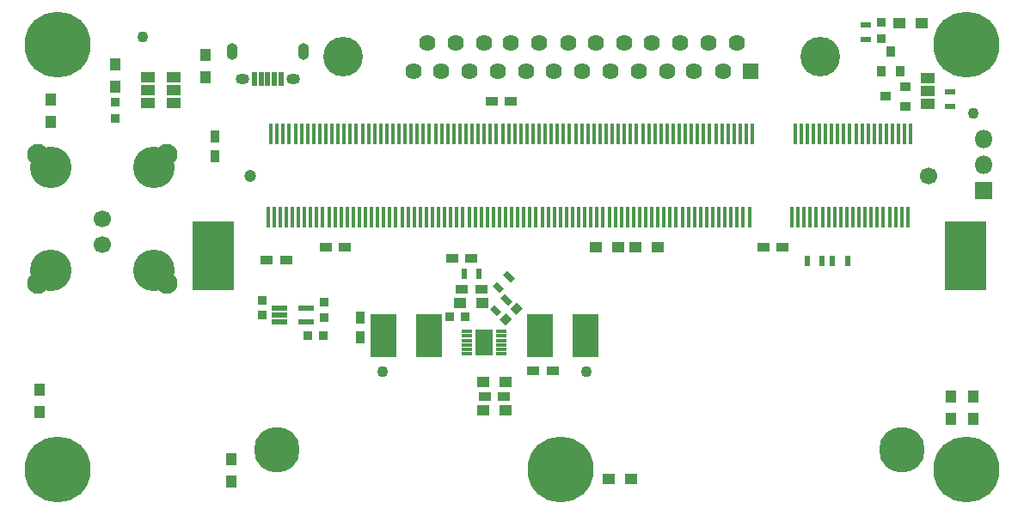
<source format=gts>
G04 #@! TF.FileFunction,Soldermask,Top*
%FSLAX46Y46*%
G04 Gerber Fmt 4.6, Leading zero omitted, Abs format (unit mm)*
G04 Created by KiCad (PCBNEW 4.0.6) date Fri Nov 17 01:31:04 2017*
%MOMM*%
%LPD*%
G01*
G04 APERTURE LIST*
%ADD10C,0.100000*%
%ADD11R,0.900000X0.850000*%
%ADD12R,0.850000X0.900000*%
%ADD13R,0.600000X1.000000*%
%ADD14R,1.000000X0.600000*%
%ADD15R,1.000000X0.900000*%
%ADD16R,0.900000X1.000000*%
%ADD17R,1.300000X1.000000*%
%ADD18C,6.500000*%
%ADD19R,1.000000X1.300000*%
%ADD20C,4.500000*%
%ADD21C,1.700000*%
%ADD22C,1.200000*%
%ADD23R,4.100000X6.900000*%
%ADD24R,0.450000X2.100000*%
%ADD25R,1.600000X0.500000*%
%ADD26C,4.100000*%
%ADD27C,2.100000*%
%ADD28R,1.800000X1.800000*%
%ADD29O,1.800000X1.800000*%
%ADD30R,2.500000X4.300000*%
%ADD31C,1.100000*%
%ADD32R,1.370000X1.070000*%
%ADD33R,0.900000X0.900000*%
%ADD34R,0.850000X1.300000*%
%ADD35R,1.300000X0.850000*%
%ADD36R,0.500000X1.450000*%
%ADD37O,1.350000X1.050000*%
%ADD38O,1.100000X1.650000*%
%ADD39C,3.910000*%
%ADD40R,1.620000X1.620000*%
%ADD41C,1.620000*%
%ADD42R,1.100000X0.350000*%
%ADD43R,1.800000X2.600000*%
G04 APERTURE END LIST*
D10*
G36*
X95623091Y-60024015D02*
X94915985Y-59316909D01*
X95340249Y-58892645D01*
X96047355Y-59599751D01*
X95623091Y-60024015D01*
X95623091Y-60024015D01*
G37*
G36*
X96683751Y-58963355D02*
X95976645Y-58256249D01*
X96400909Y-57831985D01*
X97108015Y-58539091D01*
X96683751Y-58963355D01*
X96683751Y-58963355D01*
G37*
G36*
X96146909Y-60117985D02*
X96854015Y-60825091D01*
X96429751Y-61249355D01*
X95722645Y-60542249D01*
X96146909Y-60117985D01*
X96146909Y-60117985D01*
G37*
G36*
X95086249Y-61178645D02*
X95793355Y-61885751D01*
X95369091Y-62310015D01*
X94661985Y-61602909D01*
X95086249Y-61178645D01*
X95086249Y-61178645D01*
G37*
G36*
X96225992Y-63252048D02*
X95624952Y-62651008D01*
X96261348Y-62014612D01*
X96862388Y-62615652D01*
X96225992Y-63252048D01*
X96225992Y-63252048D01*
G37*
G36*
X97286652Y-62191388D02*
X96685612Y-61590348D01*
X97322008Y-60953952D01*
X97923048Y-61554992D01*
X97286652Y-62191388D01*
X97286652Y-62191388D01*
G37*
D11*
X92215000Y-62367000D03*
X90715000Y-62367000D03*
D12*
X78372000Y-60970000D03*
X78372000Y-62470000D03*
D11*
X76745000Y-64272000D03*
X78245000Y-64272000D03*
D12*
X72276000Y-60740000D03*
X72276000Y-62240000D03*
D13*
X129910000Y-56906000D03*
X128410000Y-56906000D03*
X125894000Y-56906000D03*
X127394000Y-56906000D03*
D14*
X131712000Y-35062000D03*
X131712000Y-33562000D03*
X139967000Y-40166000D03*
X139967000Y-41666000D03*
D13*
X93612000Y-58176000D03*
X92112000Y-58176000D03*
D15*
X135617000Y-41600000D03*
X135617000Y-39700000D03*
X133617000Y-40650000D03*
D16*
X133175000Y-38205000D03*
X135075000Y-38205000D03*
X134125000Y-36205000D03*
D17*
X106398000Y-78369000D03*
X108598000Y-78369000D03*
D18*
X101613000Y-77480000D03*
D19*
X50305000Y-71765000D03*
X50305000Y-69565000D03*
X51448000Y-40990000D03*
X51448000Y-43190000D03*
X142253000Y-72441000D03*
X142253000Y-70241000D03*
D17*
X137214000Y-33411000D03*
X135014000Y-33411000D03*
D19*
X140094000Y-72441000D03*
X140094000Y-70241000D03*
X69228000Y-76464000D03*
X69228000Y-78664000D03*
D17*
X111179000Y-55509000D03*
X108979000Y-55509000D03*
X105085000Y-55509000D03*
X107285000Y-55509000D03*
D19*
X66688000Y-36545000D03*
X66688000Y-38745000D03*
D17*
X94036000Y-71638000D03*
X96236000Y-71638000D03*
X96236000Y-68844000D03*
X94036000Y-68844000D03*
X91750000Y-61033500D03*
X93950000Y-61033500D03*
D19*
X57798000Y-39675000D03*
X57798000Y-37475000D03*
D18*
X52083000Y-77480000D03*
X52083000Y-35570000D03*
X141618000Y-77480000D03*
X141618000Y-35570000D03*
D20*
X135270000Y-75465000D03*
X73670000Y-75465000D03*
D21*
X137870000Y-48465000D03*
D22*
X71070000Y-48465000D03*
D23*
X67470000Y-56365000D03*
X141470000Y-56365000D03*
D24*
X136120000Y-44365000D03*
X135520000Y-44365000D03*
X134920000Y-44365000D03*
X134320000Y-44365000D03*
X133720000Y-44365000D03*
X133120000Y-44365000D03*
X132520000Y-44365000D03*
X131920000Y-44365000D03*
X131320000Y-44365000D03*
X130720000Y-44365000D03*
X130120000Y-44365000D03*
X129520000Y-44365000D03*
X128920000Y-44365000D03*
X128320000Y-44365000D03*
X127720000Y-44365000D03*
X127120000Y-44365000D03*
X126520000Y-44365000D03*
X125920000Y-44365000D03*
X125320000Y-44365000D03*
X124720000Y-44365000D03*
X120520000Y-44365000D03*
X119920000Y-44365000D03*
X119320000Y-44365000D03*
X118720000Y-44365000D03*
X118120000Y-44365000D03*
X117520000Y-44365000D03*
X116920000Y-44365000D03*
X116320000Y-44365000D03*
X115720000Y-44365000D03*
X115120000Y-44365000D03*
X114520000Y-44365000D03*
X113920000Y-44365000D03*
X113320000Y-44365000D03*
X112720000Y-44365000D03*
X112120000Y-44365000D03*
X111520000Y-44365000D03*
X110920000Y-44365000D03*
X110320000Y-44365000D03*
X109720000Y-44365000D03*
X109120000Y-44365000D03*
X108520000Y-44365000D03*
X107920000Y-44365000D03*
X107320000Y-44365000D03*
X106720000Y-44365000D03*
X106120000Y-44365000D03*
X105520000Y-44365000D03*
X104920000Y-44365000D03*
X104320000Y-44365000D03*
X103720000Y-44365000D03*
X103120000Y-44365000D03*
X102520000Y-44365000D03*
X101920000Y-44365000D03*
X101320000Y-44365000D03*
X100720000Y-44365000D03*
X100120000Y-44365000D03*
X99520000Y-44365000D03*
X98920000Y-44365000D03*
X98320000Y-44365000D03*
X97720000Y-44365000D03*
X97120000Y-44365000D03*
X96520000Y-44365000D03*
X95920000Y-44365000D03*
X95320000Y-44365000D03*
X94720000Y-44365000D03*
X94120000Y-44365000D03*
X93520000Y-44365000D03*
X92920000Y-44365000D03*
X92320000Y-44365000D03*
X91720000Y-44365000D03*
X91120000Y-44365000D03*
X90520000Y-44365000D03*
X89920000Y-44365000D03*
X89320000Y-44365000D03*
X88720000Y-44365000D03*
X88120000Y-44365000D03*
X87520000Y-44365000D03*
X86920000Y-44365000D03*
X86320000Y-44365000D03*
X85720000Y-44365000D03*
X85120000Y-44365000D03*
X84520000Y-44365000D03*
X83920000Y-44365000D03*
X83320000Y-44365000D03*
X82720000Y-44365000D03*
X82120000Y-44365000D03*
X81520000Y-44365000D03*
X80920000Y-44365000D03*
X80320000Y-44365000D03*
X79720000Y-44365000D03*
X79120000Y-44365000D03*
X78520000Y-44365000D03*
X77920000Y-44365000D03*
X77320000Y-44365000D03*
X76720000Y-44365000D03*
X76120000Y-44365000D03*
X75520000Y-44365000D03*
X74920000Y-44365000D03*
X74320000Y-44365000D03*
X73720000Y-44365000D03*
X73120000Y-44365000D03*
X135820000Y-52565000D03*
X135220000Y-52565000D03*
X134620000Y-52565000D03*
X134020000Y-52565000D03*
X133420000Y-52565000D03*
X132820000Y-52565000D03*
X132220000Y-52565000D03*
X131620000Y-52565000D03*
X131020000Y-52565000D03*
X130420000Y-52565000D03*
X129820000Y-52565000D03*
X129220000Y-52565000D03*
X128620000Y-52565000D03*
X128020000Y-52565000D03*
X127420000Y-52565000D03*
X126820000Y-52565000D03*
X126220000Y-52565000D03*
X125620000Y-52565000D03*
X125020000Y-52565000D03*
X124420000Y-52565000D03*
X120220000Y-52565000D03*
X119620000Y-52565000D03*
X119020000Y-52565000D03*
X118420000Y-52565000D03*
X117820000Y-52565000D03*
X117220000Y-52565000D03*
X116620000Y-52565000D03*
X116020000Y-52565000D03*
X115420000Y-52565000D03*
X114820000Y-52565000D03*
X114220000Y-52565000D03*
X113620000Y-52565000D03*
X113020000Y-52565000D03*
X112420000Y-52565000D03*
X111820000Y-52565000D03*
X111220000Y-52565000D03*
X110620000Y-52565000D03*
X110020000Y-52565000D03*
X109420000Y-52565000D03*
X108820000Y-52565000D03*
X108220000Y-52565000D03*
X107620000Y-52565000D03*
X107020000Y-52565000D03*
X106420000Y-52565000D03*
X105820000Y-52565000D03*
X105220000Y-52565000D03*
X104620000Y-52565000D03*
X104020000Y-52565000D03*
X103420000Y-52565000D03*
X102820000Y-52565000D03*
X102220000Y-52565000D03*
X101620000Y-52565000D03*
X101020000Y-52565000D03*
X100420000Y-52565000D03*
X99820000Y-52565000D03*
X99220000Y-52565000D03*
X98620000Y-52565000D03*
X98020000Y-52565000D03*
X97420000Y-52565000D03*
X96820000Y-52565000D03*
X96220000Y-52565000D03*
X95620000Y-52565000D03*
X95020000Y-52565000D03*
X94420000Y-52565000D03*
X93820000Y-52565000D03*
X93220000Y-52565000D03*
X92620000Y-52565000D03*
X92020000Y-52565000D03*
X91420000Y-52565000D03*
X90820000Y-52565000D03*
X90220000Y-52565000D03*
X89620000Y-52565000D03*
X89020000Y-52565000D03*
X88420000Y-52565000D03*
X87820000Y-52565000D03*
X87220000Y-52565000D03*
X86620000Y-52565000D03*
X86020000Y-52565000D03*
X85420000Y-52565000D03*
X84820000Y-52565000D03*
X84220000Y-52565000D03*
X83620000Y-52565000D03*
X83020000Y-52565000D03*
X82420000Y-52565000D03*
X81820000Y-52565000D03*
X81220000Y-52565000D03*
X80620000Y-52565000D03*
X80020000Y-52565000D03*
X79420000Y-52565000D03*
X78820000Y-52565000D03*
X78220000Y-52565000D03*
X77620000Y-52565000D03*
X77020000Y-52565000D03*
X76420000Y-52565000D03*
X75820000Y-52565000D03*
X75220000Y-52565000D03*
X74620000Y-52565000D03*
X74020000Y-52565000D03*
X73420000Y-52565000D03*
X72820000Y-52565000D03*
D25*
X73927000Y-61575000D03*
X73927000Y-62225000D03*
X73927000Y-62875000D03*
X76587000Y-62875000D03*
X76587000Y-61575000D03*
D21*
X56528000Y-52715000D03*
X56528000Y-55255000D03*
D26*
X51448000Y-57795000D03*
X51448000Y-47635000D03*
X61608000Y-47635000D03*
X61608000Y-57795000D03*
D27*
X50178000Y-46365000D03*
X50178000Y-59065000D03*
X62878000Y-59065000D03*
X62878000Y-46365000D03*
D28*
X143269000Y-49921000D03*
D29*
X143269000Y-47381000D03*
X143269000Y-44841000D03*
D30*
X99581000Y-64272000D03*
X104081000Y-64272000D03*
X88659000Y-64272000D03*
X84159000Y-64272000D03*
D31*
X104140000Y-67818000D03*
X84074000Y-67818000D03*
X60465000Y-34808000D03*
X142253000Y-42301000D03*
D32*
X63513000Y-38745000D03*
X63513000Y-40015000D03*
X63513000Y-41285000D03*
X60973000Y-38745000D03*
X60973000Y-40015000D03*
X60973000Y-41285000D03*
D33*
X133236000Y-33335000D03*
X133236000Y-34935000D03*
X57798000Y-41209000D03*
X57798000Y-42809000D03*
D34*
X81928000Y-62494000D03*
X81928000Y-64394000D03*
D35*
X100851000Y-67701000D03*
X98951000Y-67701000D03*
X96086000Y-70241000D03*
X94186000Y-70241000D03*
X91902500Y-59636500D03*
X93802500Y-59636500D03*
X92845000Y-56652000D03*
X90945000Y-56652000D03*
X96721000Y-41158000D03*
X94821000Y-41158000D03*
X78500000Y-55500000D03*
X80400000Y-55500000D03*
X121620000Y-55565000D03*
X123520000Y-55565000D03*
D34*
X67564000Y-44643000D03*
X67564000Y-46543000D03*
D32*
X137808000Y-38872000D03*
X137808000Y-40142000D03*
X137808000Y-41412000D03*
D36*
X74095000Y-38915000D03*
X73445000Y-38915000D03*
X72795000Y-38915000D03*
X72145000Y-38915000D03*
X71495000Y-38915000D03*
D37*
X75295000Y-38915000D03*
X70295000Y-38915000D03*
D38*
X76295000Y-36215000D03*
X69295000Y-36215000D03*
D35*
X74610000Y-56769000D03*
X72710000Y-56769000D03*
D39*
X127245000Y-36740000D03*
X80255000Y-36740000D03*
D40*
X120385000Y-38140000D03*
D41*
X117595000Y-38140000D03*
X114795000Y-38140000D03*
X112125000Y-38140000D03*
X109335000Y-38140000D03*
X106545000Y-38140000D03*
X103745000Y-38140000D03*
X100955000Y-38140000D03*
X98285000Y-38140000D03*
X95495000Y-38140000D03*
X92695000Y-38140000D03*
X89905000Y-38140000D03*
X87115000Y-38140000D03*
X118985000Y-35350000D03*
X116195000Y-35350000D03*
X113395000Y-35350000D03*
X110605000Y-35350000D03*
X107935000Y-35350000D03*
X105145000Y-35350000D03*
X102355000Y-35350000D03*
X99555000Y-35350000D03*
X96765000Y-35350000D03*
X94095000Y-35350000D03*
X91305000Y-35350000D03*
X88505000Y-35350000D03*
D42*
X92420000Y-64265000D03*
X92420000Y-64715000D03*
X92420000Y-65165000D03*
X92420000Y-65615000D03*
X92420000Y-63815000D03*
X95820000Y-63815000D03*
X95820000Y-64265000D03*
X95820000Y-64715000D03*
X95820000Y-65165000D03*
X95820000Y-65615000D03*
D43*
X94120000Y-64940000D03*
D42*
X92420000Y-66065000D03*
X95820000Y-66065000D03*
M02*

</source>
